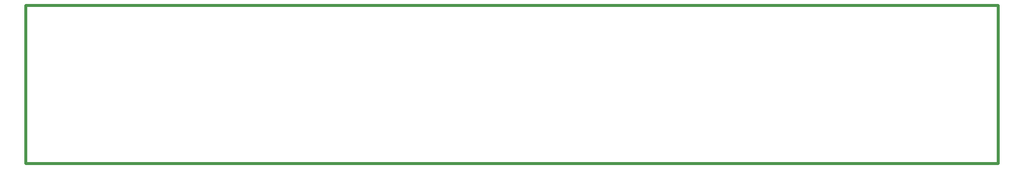
<source format=gbr>
G04 #@! TF.GenerationSoftware,KiCad,Pcbnew,(5.1.7)-1*
G04 #@! TF.CreationDate,2020-11-24T11:46:51-03:00*
G04 #@! TF.ProjectId,cupon,6375706f-6e2e-46b6-9963-61645f706362,Revision: 2.0*
G04 #@! TF.SameCoordinates,Original*
G04 #@! TF.FileFunction,Profile,NP*
%FSLAX46Y46*%
G04 Gerber Fmt 4.6, Leading zero omitted, Abs format (unit mm)*
G04 Created by KiCad (PCBNEW (5.1.7)-1) date 2020-11-24 11:46:51*
%MOMM*%
%LPD*%
G01*
G04 APERTURE LIST*
G04 #@! TA.AperFunction,Profile*
%ADD10C,0.500000*%
G04 #@! TD*
G04 APERTURE END LIST*
D10*
X0Y27000000D02*
X0Y0D01*
X166000000Y27000000D02*
X0Y27000000D01*
X166000000Y0D02*
X166000000Y27000000D01*
X0Y0D02*
X166000000Y0D01*
M02*

</source>
